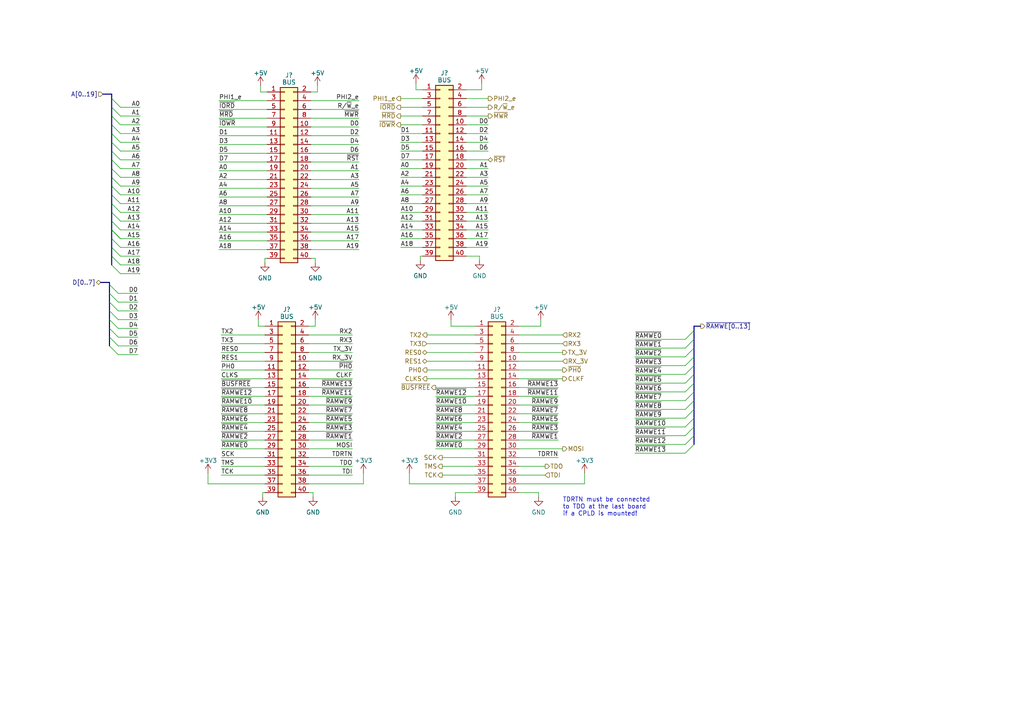
<source format=kicad_sch>
(kicad_sch (version 20230121) (generator eeschema)
  (paper "A4")
  (lib_symbols
    (symbol "Connector_Generic:Conn_02x20_Odd_Even" (pin_names (offset 1.016) hide)
      (property "Reference" "J" (at 1.27 25.4 0))
      (property "Value" "Conn_02x20_Odd_Even" (at 1.27 -27.94 0))
      (symbol "Conn_02x20_Odd_Even_1_1"
        (rectangle (start -1.27 -25.273) (end 0 -25.527) (stroke (width 0.1524)))
        (rectangle (start -1.27 -22.733) (end 0 -22.987) (stroke (width 0.1524)))
        (rectangle (start -1.27 -20.193) (end 0 -20.447) (stroke (width 0.1524)))
        (rectangle (start -1.27 -17.653) (end 0 -17.907) (stroke (width 0.1524)))
        (rectangle (start -1.27 -15.113) (end 0 -15.367) (stroke (width 0.1524)))
        (rectangle (start -1.27 -12.573) (end 0 -12.827) (stroke (width 0.1524)))
        (rectangle (start -1.27 -10.033) (end 0 -10.287) (stroke (width 0.1524)))
        (rectangle (start -1.27 -7.493) (end 0 -7.747) (stroke (width 0.1524)))
        (rectangle (start -1.27 -4.953) (end 0 -5.207) (stroke (width 0.1524)))
        (rectangle (start -1.27 -2.413) (end 0 -2.667) (stroke (width 0.1524)))
        (rectangle (start -1.27 0.127) (end 0 -0.127) (stroke (width 0.1524)))
        (rectangle (start -1.27 2.667) (end 0 2.413) (stroke (width 0.1524)))
        (rectangle (start -1.27 5.207) (end 0 4.953) (stroke (width 0.1524)))
        (rectangle (start -1.27 7.747) (end 0 7.493) (stroke (width 0.1524)))
        (rectangle (start -1.27 10.287) (end 0 10.033) (stroke (width 0.1524)))
        (rectangle (start -1.27 12.827) (end 0 12.573) (stroke (width 0.1524)))
        (rectangle (start -1.27 15.367) (end 0 15.113) (stroke (width 0.1524)))
        (rectangle (start -1.27 17.907) (end 0 17.653) (stroke (width 0.1524)))
        (rectangle (start -1.27 20.447) (end 0 20.193) (stroke (width 0.1524)))
        (rectangle (start -1.27 22.987) (end 0 22.733) (stroke (width 0.1524)))
        (rectangle (start -1.27 24.13) (end 3.81 -26.67) (stroke (width 0.254)) (fill (type background)))
        (rectangle (start 3.81 -25.273) (end 2.54 -25.527) (stroke (width 0.1524)))
        (rectangle (start 3.81 -22.733) (end 2.54 -22.987) (stroke (width 0.1524)))
        (rectangle (start 3.81 -20.193) (end 2.54 -20.447) (stroke (width 0.1524)))
        (rectangle (start 3.81 -17.653) (end 2.54 -17.907) (stroke (width 0.1524)))
        (rectangle (start 3.81 -15.113) (end 2.54 -15.367) (stroke (width 0.1524)))
        (rectangle (start 3.81 -12.573) (end 2.54 -12.827) (stroke (width 0.1524)))
        (rectangle (start 3.81 -10.033) (end 2.54 -10.287) (stroke (width 0.1524)))
        (rectangle (start 3.81 -7.493) (end 2.54 -7.747) (stroke (width 0.1524)))
        (rectangle (start 3.81 -4.953) (end 2.54 -5.207) (stroke (width 0.1524)))
        (rectangle (start 3.81 -2.413) (end 2.54 -2.667) (stroke (width 0.1524)))
        (rectangle (start 3.81 0.127) (end 2.54 -0.127) (stroke (width 0.1524)))
        (rectangle (start 3.81 2.667) (end 2.54 2.413) (stroke (width 0.1524)))
        (rectangle (start 3.81 5.207) (end 2.54 4.953) (stroke (width 0.1524)))
        (rectangle (start 3.81 7.747) (end 2.54 7.493) (stroke (width 0.1524)))
        (rectangle (start 3.81 10.287) (end 2.54 10.033) (stroke (width 0.1524)))
        (rectangle (start 3.81 12.827) (end 2.54 12.573) (stroke (width 0.1524)))
        (rectangle (start 3.81 15.367) (end 2.54 15.113) (stroke (width 0.1524)))
        (rectangle (start 3.81 17.907) (end 2.54 17.653) (stroke (width 0.1524)))
        (rectangle (start 3.81 20.447) (end 2.54 20.193) (stroke (width 0.1524)))
        (rectangle (start 3.81 22.987) (end 2.54 22.733) (stroke (width 0.1524)))
        (pin passive line (at -5.08 22.86 0) (length 3.81) (name "Pin_1") (number "1"))
        (pin passive line (at 7.62 12.7 180) (length 3.81) (name "Pin_10") (number "10"))
        (pin passive line (at -5.08 10.16 0) (length 3.81) (name "Pin_11") (number "11"))
        (pin passive line (at 7.62 10.16 180) (length 3.81) (name "Pin_12") (number "12"))
        (pin passive line (at -5.08 7.62 0) (length 3.81) (name "Pin_13") (number "13"))
        (pin passive line (at 7.62 7.62 180) (length 3.81) (name "Pin_14") (number "14"))
        (pin passive line (at -5.08 5.08 0) (length 3.81) (name "Pin_15") (number "15"))
        (pin passive line (at 7.62 5.08 180) (length 3.81) (name "Pin_16") (number "16"))
        (pin passive line (at -5.08 2.54 0) (length 3.81) (name "Pin_17") (number "17"))
        (pin passive line (at 7.62 2.54 180) (length 3.81) (name "Pin_18") (number "18"))
        (pin passive line (at -5.08 0 0) (length 3.81) (name "Pin_19") (number "19"))
        (pin passive line (at 7.62 22.86 180) (length 3.81) (name "Pin_2") (number "2"))
        (pin passive line (at 7.62 0 180) (length 3.81) (name "Pin_20") (number "20"))
        (pin passive line (at -5.08 -2.54 0) (length 3.81) (name "Pin_21") (number "21"))
        (pin passive line (at 7.62 -2.54 180) (length 3.81) (name "Pin_22") (number "22"))
        (pin passive line (at -5.08 -5.08 0) (length 3.81) (name "Pin_23") (number "23"))
        (pin passive line (at 7.62 -5.08 180) (length 3.81) (name "Pin_24") (number "24"))
        (pin passive line (at -5.08 -7.62 0) (length 3.81) (name "Pin_25") (number "25"))
        (pin passive line (at 7.62 -7.62 180) (length 3.81) (name "Pin_26") (number "26"))
        (pin passive line (at -5.08 -10.16 0) (length 3.81) (name "Pin_27") (number "27"))
        (pin passive line (at 7.62 -10.16 180) (length 3.81) (name "Pin_28") (number "28"))
        (pin passive line (at -5.08 -12.7 0) (length 3.81) (name "Pin_29") (number "29"))
        (pin passive line (at -5.08 20.32 0) (length 3.81) (name "Pin_3") (number "3"))
        (pin passive line (at 7.62 -12.7 180) (length 3.81) (name "Pin_30") (number "30"))
        (pin passive line (at -5.08 -15.24 0) (length 3.81) (name "Pin_31") (number "31"))
        (pin passive line (at 7.62 -15.24 180) (length 3.81) (name "Pin_32") (number "32"))
        (pin passive line (at -5.08 -17.78 0) (length 3.81) (name "Pin_33") (number "33"))
        (pin passive line (at 7.62 -17.78 180) (length 3.81) (name "Pin_34") (number "34"))
        (pin passive line (at -5.08 -20.32 0) (length 3.81) (name "Pin_35") (number "35"))
        (pin passive line (at 7.62 -20.32 180) (length 3.81) (name "Pin_36") (number "36"))
        (pin passive line (at -5.08 -22.86 0) (length 3.81) (name "Pin_37") (number "37"))
        (pin passive line (at 7.62 -22.86 180) (length 3.81) (name "Pin_38") (number "38"))
        (pin passive line (at -5.08 -25.4 0) (length 3.81) (name "Pin_39") (number "39"))
        (pin passive line (at 7.62 20.32 180) (length 3.81) (name "Pin_4") (number "4"))
        (pin passive line (at 7.62 -25.4 180) (length 3.81) (name "Pin_40") (number "40"))
        (pin passive line (at -5.08 17.78 0) (length 3.81) (name "Pin_5") (number "5"))
        (pin passive line (at 7.62 17.78 180) (length 3.81) (name "Pin_6") (number "6"))
        (pin passive line (at -5.08 15.24 0) (length 3.81) (name "Pin_7") (number "7"))
        (pin passive line (at 7.62 15.24 180) (length 3.81) (name "Pin_8") (number "8"))
        (pin passive line (at -5.08 12.7 0) (length 3.81) (name "Pin_9") (number "9"))
      )
    )
    (symbol "power:+3V3" (power) (pin_names (offset 0))
      (property "Value" "+3V3" (at 0 3.556 0))
      (symbol "+3V3_0_1"
        (polyline (pts (xy -0.762 1.27) (xy 0 2.54)))
        (polyline (pts (xy 0 0) (xy 0 2.54)))
        (polyline (pts (xy 0 2.54) (xy 0.762 1.27)))
      )
      (symbol "+3V3_1_1"
        (pin power_in line (at 0 0 90) (length 0) hide (name "+3V3") (number "1"))
      )
    )
    (symbol "power:+5V" (power) (pin_names (offset 0))
      (property "Value" "+5V" (at 0 3.556 0))
      (symbol "+5V_0_1"
        (polyline (pts (xy -0.762 1.27) (xy 0 2.54)))
        (polyline (pts (xy 0 0) (xy 0 2.54)))
        (polyline (pts (xy 0 2.54) (xy 0.762 1.27)))
      )
      (symbol "+5V_1_1"
        (pin power_in line (at 0 0 90) (length 0) hide (name "+5V") (number "1"))
      )
    )
    (symbol "power:GND" (power) (pin_names (offset 0))
      (property "Value" "GND" (at 0 -3.81 0))
      (symbol "GND_0_1"
        (polyline (pts (xy 0 0) (xy 0 -1.27) (xy 1.27 -1.27) (xy 0 -2.54) (xy -1.27 -1.27) (xy 0 -1.27)))
      )
      (symbol "GND_1_1"
        (pin power_in line (at 0 0 270) (length 0) hide (name "GND") (number "1"))
      )
    )
  )
  (bus_entry (at 201.295 103.505) (size -2.54 2.54))
  (bus_entry (at 32.385 28.575) (size 2.54 2.54))
  (bus_entry (at 201.295 95.885) (size -2.54 2.54))
  (bus_entry (at 32.385 41.275) (size 2.54 2.54))
  (bus_entry (at 201.295 113.665) (size -2.54 2.54))
  (bus_entry (at 32.385 66.675) (size 2.54 2.54))
  (bus_entry (at 32.385 51.435) (size 2.54 2.54))
  (bus_entry (at 32.385 43.815) (size 2.54 2.54))
  (bus_entry (at 32.385 71.755) (size 2.54 2.54))
  (bus_entry (at 32.385 38.735) (size 2.54 2.54))
  (bus_entry (at 32.385 61.595) (size 2.54 2.54))
  (bus_entry (at 32.385 74.295) (size 2.54 2.54))
  (bus_entry (at 31.75 90.17) (size 2.54 2.54))
  (bus_entry (at 31.75 82.55) (size 2.54 2.54))
  (bus_entry (at 31.75 97.79) (size 2.54 2.54))
  (bus_entry (at 32.385 64.135) (size 2.54 2.54))
  (bus_entry (at 201.295 111.125) (size -2.54 2.54))
  (bus_entry (at 201.295 106.045) (size -2.54 2.54))
  (bus_entry (at 31.75 85.09) (size 2.54 2.54))
  (bus_entry (at 32.385 66.675) (size 2.54 2.54))
  (bus_entry (at 201.295 123.825) (size -2.54 2.54))
  (bus_entry (at 32.385 56.515) (size 2.54 2.54))
  (bus_entry (at 201.295 108.585) (size -2.54 2.54))
  (bus_entry (at 32.385 69.215) (size 2.54 2.54))
  (bus_entry (at 32.385 48.895) (size 2.54 2.54))
  (bus_entry (at 32.385 46.355) (size 2.54 2.54))
  (bus_entry (at 201.295 121.285) (size -2.54 2.54))
  (bus_entry (at 32.385 53.975) (size 2.54 2.54))
  (bus_entry (at 32.385 59.055) (size 2.54 2.54))
  (bus_entry (at 31.75 95.25) (size 2.54 2.54))
  (bus_entry (at 31.75 87.63) (size 2.54 2.54))
  (bus_entry (at 201.295 128.905) (size -2.54 2.54))
  (bus_entry (at 201.295 98.425) (size -2.54 2.54))
  (bus_entry (at 32.385 36.195) (size 2.54 2.54))
  (bus_entry (at 32.385 76.835) (size 2.54 2.54))
  (bus_entry (at 32.385 33.655) (size 2.54 2.54))
  (bus_entry (at 201.295 126.365) (size -2.54 2.54))
  (bus_entry (at 32.385 31.115) (size 2.54 2.54))
  (bus_entry (at 201.295 100.965) (size -2.54 2.54))
  (bus_entry (at 31.75 92.71) (size 2.54 2.54))
  (bus_entry (at 201.295 118.745) (size -2.54 2.54))
  (bus_entry (at 201.295 116.205) (size -2.54 2.54))
  (bus_entry (at 31.75 100.33) (size 2.54 2.54))
  (wire (pts (xy 90.17 31.75) (xy 104.14 31.75)))
  (wire (pts (xy 40.005 90.17) (xy 34.29 90.17)))
  (wire (pts (xy 130.81 92.71) (xy 130.81 94.615)))
  (wire (pts (xy 90.17 49.53) (xy 104.14 49.53)))
  (bus (pts (xy 31.75 90.17) (xy 31.75 87.63)))
  (wire (pts (xy 135.255 71.755) (xy 141.605 71.755)))
  (wire (pts (xy 40.64 79.375) (xy 34.925 79.375)))
  (wire (pts (xy 89.535 107.315) (xy 102.235 107.315)))
  (wire (pts (xy 90.805 142.875) (xy 89.535 142.875)))
  (wire (pts (xy 156.21 142.875) (xy 150.495 142.875)))
  (wire (pts (xy 90.17 67.31) (xy 104.14 67.31)))
  (wire (pts (xy 121.92 75.565) (xy 121.92 74.295)))
  (wire (pts (xy 116.205 53.975) (xy 122.555 53.975)))
  (wire (pts (xy 116.205 51.435) (xy 122.555 51.435)))
  (wire (pts (xy 63.5 31.75) (xy 77.47 31.75)))
  (wire (pts (xy 150.495 117.475) (xy 161.925 117.475)))
  (wire (pts (xy 123.825 104.775) (xy 137.795 104.775)))
  (wire (pts (xy 89.535 132.715) (xy 102.235 132.715)))
  (bus (pts (xy 32.385 74.295) (xy 32.385 71.755)))
  (wire (pts (xy 40.005 102.87) (xy 34.29 102.87)))
  (wire (pts (xy 126.365 112.395) (xy 137.795 112.395)))
  (wire (pts (xy 89.535 130.175) (xy 102.235 130.175)))
  (wire (pts (xy 63.5 52.07) (xy 77.47 52.07)))
  (wire (pts (xy 40.64 31.115) (xy 34.925 31.115)))
  (wire (pts (xy 150.495 102.235) (xy 163.195 102.235)))
  (wire (pts (xy 76.835 76.2) (xy 76.835 74.93)))
  (wire (pts (xy 150.495 132.715) (xy 161.925 132.715)))
  (wire (pts (xy 135.255 43.815) (xy 141.605 43.815)))
  (wire (pts (xy 135.255 41.275) (xy 141.605 41.275)))
  (wire (pts (xy 150.495 97.155) (xy 163.195 97.155)))
  (wire (pts (xy 64.135 132.715) (xy 76.835 132.715)))
  (wire (pts (xy 139.7 26.035) (xy 135.255 26.035)))
  (wire (pts (xy 130.81 94.615) (xy 137.795 94.615)))
  (wire (pts (xy 89.535 117.475) (xy 102.235 117.475)))
  (wire (pts (xy 126.365 117.475) (xy 137.795 117.475)))
  (wire (pts (xy 184.15 113.665) (xy 198.755 113.665)))
  (wire (pts (xy 89.535 140.335) (xy 105.41 140.335)))
  (wire (pts (xy 89.535 102.235) (xy 102.235 102.235)))
  (wire (pts (xy 76.2 142.875) (xy 76.835 142.875)))
  (wire (pts (xy 184.15 123.825) (xy 198.755 123.825)))
  (wire (pts (xy 63.5 64.77) (xy 77.47 64.77)))
  (wire (pts (xy 120.65 26.035) (xy 122.555 26.035)))
  (wire (pts (xy 135.255 64.135) (xy 141.605 64.135)))
  (wire (pts (xy 116.205 64.135) (xy 122.555 64.135)))
  (wire (pts (xy 63.5 69.85) (xy 77.47 69.85)))
  (bus (pts (xy 32.385 48.895) (xy 32.385 46.355)))
  (bus (pts (xy 32.385 61.595) (xy 32.385 59.055)))
  (wire (pts (xy 89.535 137.795) (xy 102.235 137.795)))
  (wire (pts (xy 184.15 131.445) (xy 198.755 131.445)))
  (wire (pts (xy 150.495 137.795) (xy 158.115 137.795)))
  (wire (pts (xy 64.135 125.095) (xy 76.835 125.095)))
  (bus (pts (xy 203.2 94.615) (xy 201.295 94.615)))
  (wire (pts (xy 118.745 140.335) (xy 137.795 140.335)))
  (wire (pts (xy 63.5 62.23) (xy 77.47 62.23)))
  (wire (pts (xy 64.135 135.255) (xy 76.835 135.255)))
  (wire (pts (xy 135.255 28.575) (xy 141.605 28.575)))
  (bus (pts (xy 32.385 53.975) (xy 32.385 51.435)))
  (wire (pts (xy 64.135 120.015) (xy 76.835 120.015)))
  (bus (pts (xy 201.295 111.125) (xy 201.295 113.665)))
  (wire (pts (xy 116.205 69.215) (xy 122.555 69.215)))
  (bus (pts (xy 201.295 121.285) (xy 201.295 123.825)))
  (wire (pts (xy 135.255 51.435) (xy 141.605 51.435)))
  (wire (pts (xy 150.495 135.255) (xy 158.115 135.255)))
  (wire (pts (xy 40.64 48.895) (xy 34.925 48.895)))
  (wire (pts (xy 90.17 69.85) (xy 104.14 69.85)))
  (wire (pts (xy 40.64 41.275) (xy 34.925 41.275)))
  (bus (pts (xy 31.75 97.79) (xy 31.75 95.25)))
  (bus (pts (xy 32.385 36.195) (xy 32.385 33.655)))
  (bus (pts (xy 31.75 87.63) (xy 31.75 85.09)))
  (wire (pts (xy 75.565 24.765) (xy 75.565 26.67)))
  (wire (pts (xy 90.17 41.91) (xy 104.14 41.91)))
  (wire (pts (xy 150.495 114.935) (xy 161.925 114.935)))
  (wire (pts (xy 89.535 104.775) (xy 102.235 104.775)))
  (bus (pts (xy 201.295 116.205) (xy 201.295 118.745)))
  (bus (pts (xy 201.295 103.505) (xy 201.295 106.045)))
  (wire (pts (xy 150.495 112.395) (xy 161.925 112.395)))
  (wire (pts (xy 63.5 49.53) (xy 77.47 49.53)))
  (wire (pts (xy 40.64 66.675) (xy 34.925 66.675)))
  (wire (pts (xy 126.365 127.635) (xy 137.795 127.635)))
  (wire (pts (xy 135.255 46.355) (xy 141.605 46.355)))
  (wire (pts (xy 116.205 61.595) (xy 122.555 61.595)))
  (wire (pts (xy 90.17 64.77) (xy 104.14 64.77)))
  (wire (pts (xy 150.495 127.635) (xy 161.925 127.635)))
  (wire (pts (xy 63.5 44.45) (xy 77.47 44.45)))
  (wire (pts (xy 40.64 43.815) (xy 34.925 43.815)))
  (bus (pts (xy 31.75 85.09) (xy 31.75 82.55)))
  (wire (pts (xy 40.005 87.63) (xy 34.29 87.63)))
  (wire (pts (xy 128.27 135.255) (xy 137.795 135.255)))
  (bus (pts (xy 32.385 31.115) (xy 32.385 28.575)))
  (wire (pts (xy 64.135 117.475) (xy 76.835 117.475)))
  (wire (pts (xy 63.5 36.83) (xy 77.47 36.83)))
  (wire (pts (xy 150.495 104.775) (xy 163.195 104.775)))
  (wire (pts (xy 40.64 69.215) (xy 34.925 69.215)))
  (wire (pts (xy 40.005 95.25) (xy 34.29 95.25)))
  (wire (pts (xy 116.205 41.275) (xy 122.555 41.275)))
  (wire (pts (xy 40.64 53.975) (xy 34.925 53.975)))
  (wire (pts (xy 74.93 94.615) (xy 76.835 94.615)))
  (wire (pts (xy 150.495 130.175) (xy 163.195 130.175)))
  (wire (pts (xy 123.825 97.155) (xy 137.795 97.155)))
  (wire (pts (xy 63.5 39.37) (xy 77.47 39.37)))
  (wire (pts (xy 139.065 74.295) (xy 135.255 74.295)))
  (wire (pts (xy 120.65 24.13) (xy 120.65 26.035)))
  (wire (pts (xy 90.17 57.15) (xy 104.14 57.15)))
  (wire (pts (xy 123.825 109.855) (xy 137.795 109.855)))
  (wire (pts (xy 90.17 46.99) (xy 104.14 46.99)))
  (wire (pts (xy 89.535 127.635) (xy 102.235 127.635)))
  (bus (pts (xy 32.385 27.305) (xy 29.845 27.305)))
  (wire (pts (xy 90.17 72.39) (xy 104.14 72.39)))
  (bus (pts (xy 31.75 92.71) (xy 31.75 90.17)))
  (wire (pts (xy 40.64 51.435) (xy 34.925 51.435)))
  (bus (pts (xy 32.385 51.435) (xy 32.385 48.895)))
  (wire (pts (xy 184.15 108.585) (xy 198.755 108.585)))
  (wire (pts (xy 64.135 137.795) (xy 76.835 137.795)))
  (wire (pts (xy 116.205 71.755) (xy 122.555 71.755)))
  (wire (pts (xy 132.08 144.145) (xy 132.08 142.875)))
  (wire (pts (xy 126.365 125.095) (xy 137.795 125.095)))
  (wire (pts (xy 169.545 137.16) (xy 169.545 140.335)))
  (wire (pts (xy 91.44 76.2) (xy 91.44 74.93)))
  (wire (pts (xy 184.15 118.745) (xy 198.755 118.745)))
  (wire (pts (xy 118.745 137.16) (xy 118.745 140.335)))
  (bus (pts (xy 32.385 43.815) (xy 32.385 41.275)))
  (wire (pts (xy 90.17 52.07) (xy 104.14 52.07)))
  (wire (pts (xy 126.365 114.935) (xy 137.795 114.935)))
  (wire (pts (xy 64.135 127.635) (xy 76.835 127.635)))
  (wire (pts (xy 116.205 36.195) (xy 122.555 36.195)))
  (wire (pts (xy 74.93 92.71) (xy 74.93 94.615)))
  (bus (pts (xy 201.295 95.885) (xy 201.295 98.425)))
  (wire (pts (xy 91.44 94.615) (xy 89.535 94.615)))
  (wire (pts (xy 150.495 107.315) (xy 163.195 107.315)))
  (wire (pts (xy 40.64 64.135) (xy 34.925 64.135)))
  (bus (pts (xy 32.385 76.835) (xy 32.385 74.295)))
  (wire (pts (xy 40.005 97.79) (xy 34.29 97.79)))
  (wire (pts (xy 121.92 74.295) (xy 122.555 74.295)))
  (wire (pts (xy 40.005 85.09) (xy 34.29 85.09)))
  (bus (pts (xy 31.75 81.915) (xy 29.21 81.915)))
  (wire (pts (xy 40.64 56.515) (xy 34.925 56.515)))
  (wire (pts (xy 64.135 97.155) (xy 76.835 97.155)))
  (wire (pts (xy 116.205 48.895) (xy 122.555 48.895)))
  (bus (pts (xy 201.295 123.825) (xy 201.295 126.365)))
  (wire (pts (xy 184.15 100.965) (xy 198.755 100.965)))
  (wire (pts (xy 75.565 26.67) (xy 77.47 26.67)))
  (wire (pts (xy 135.255 33.655) (xy 141.605 33.655)))
  (wire (pts (xy 64.135 109.855) (xy 76.835 109.855)))
  (wire (pts (xy 150.495 122.555) (xy 161.925 122.555)))
  (wire (pts (xy 135.255 38.735) (xy 141.605 38.735)))
  (wire (pts (xy 90.17 39.37) (xy 104.14 39.37)))
  (wire (pts (xy 123.825 102.235) (xy 137.795 102.235)))
  (wire (pts (xy 184.15 128.905) (xy 198.755 128.905)))
  (wire (pts (xy 116.205 46.355) (xy 122.555 46.355)))
  (wire (pts (xy 116.205 56.515) (xy 122.555 56.515)))
  (wire (pts (xy 128.27 132.715) (xy 137.795 132.715)))
  (wire (pts (xy 89.535 135.255) (xy 102.235 135.255)))
  (wire (pts (xy 40.64 59.055) (xy 34.925 59.055)))
  (wire (pts (xy 64.135 130.175) (xy 76.835 130.175)))
  (wire (pts (xy 139.7 24.13) (xy 139.7 26.035)))
  (wire (pts (xy 89.535 99.695) (xy 102.235 99.695)))
  (wire (pts (xy 123.825 107.315) (xy 137.795 107.315)))
  (wire (pts (xy 92.075 24.765) (xy 92.075 26.67)))
  (wire (pts (xy 40.64 33.655) (xy 34.925 33.655)))
  (wire (pts (xy 91.44 92.71) (xy 91.44 94.615)))
  (wire (pts (xy 123.825 99.695) (xy 137.795 99.695)))
  (wire (pts (xy 63.5 57.15) (xy 77.47 57.15)))
  (wire (pts (xy 64.135 122.555) (xy 76.835 122.555)))
  (wire (pts (xy 92.075 26.67) (xy 90.17 26.67)))
  (wire (pts (xy 90.17 34.29) (xy 104.14 34.29)))
  (wire (pts (xy 63.5 67.31) (xy 77.47 67.31)))
  (wire (pts (xy 156.21 144.145) (xy 156.21 142.875)))
  (wire (pts (xy 40.64 71.755) (xy 34.925 71.755)))
  (wire (pts (xy 135.255 56.515) (xy 141.605 56.515)))
  (wire (pts (xy 40.64 46.355) (xy 34.925 46.355)))
  (bus (pts (xy 201.295 106.045) (xy 201.295 108.585)))
  (bus (pts (xy 32.385 64.135) (xy 32.385 61.595)))
  (wire (pts (xy 76.2 144.145) (xy 76.2 142.875)))
  (wire (pts (xy 150.495 109.855) (xy 163.195 109.855)))
  (wire (pts (xy 64.135 104.775) (xy 76.835 104.775)))
  (wire (pts (xy 63.5 46.99) (xy 77.47 46.99)))
  (wire (pts (xy 116.205 28.575) (xy 122.555 28.575)))
  (wire (pts (xy 89.535 114.935) (xy 102.235 114.935)))
  (bus (pts (xy 201.295 100.965) (xy 201.295 103.505)))
  (wire (pts (xy 90.805 144.145) (xy 90.805 142.875)))
  (wire (pts (xy 63.5 41.91) (xy 77.47 41.91)))
  (wire (pts (xy 90.17 36.83) (xy 104.14 36.83)))
  (wire (pts (xy 89.535 97.155) (xy 102.235 97.155)))
  (wire (pts (xy 150.495 99.695) (xy 163.195 99.695)))
  (wire (pts (xy 90.17 29.21) (xy 104.14 29.21)))
  (wire (pts (xy 184.15 106.045) (xy 198.755 106.045)))
  (wire (pts (xy 135.255 48.895) (xy 141.605 48.895)))
  (wire (pts (xy 156.845 94.615) (xy 150.495 94.615)))
  (wire (pts (xy 64.135 102.235) (xy 76.835 102.235)))
  (wire (pts (xy 63.5 34.29) (xy 77.47 34.29)))
  (wire (pts (xy 135.255 69.215) (xy 141.605 69.215)))
  (bus (pts (xy 201.295 98.425) (xy 201.295 100.965)))
  (wire (pts (xy 105.41 137.16) (xy 105.41 140.335)))
  (wire (pts (xy 90.17 54.61) (xy 104.14 54.61)))
  (wire (pts (xy 116.205 31.115) (xy 122.555 31.115)))
  (bus (pts (xy 201.295 118.745) (xy 201.295 121.285)))
  (wire (pts (xy 89.535 109.855) (xy 102.235 109.855)))
  (wire (pts (xy 150.495 120.015) (xy 161.925 120.015)))
  (wire (pts (xy 135.255 66.675) (xy 141.605 66.675)))
  (wire (pts (xy 40.64 61.595) (xy 34.925 61.595)))
  (wire (pts (xy 40.005 92.71) (xy 34.29 92.71)))
  (wire (pts (xy 116.205 66.675) (xy 122.555 66.675)))
  (wire (pts (xy 184.15 111.125) (xy 198.755 111.125)))
  (wire (pts (xy 40.005 100.33) (xy 34.29 100.33)))
  (bus (pts (xy 32.385 33.655) (xy 32.385 31.115)))
  (wire (pts (xy 139.065 75.565) (xy 139.065 74.295)))
  (wire (pts (xy 184.15 121.285) (xy 198.755 121.285)))
  (bus (pts (xy 32.385 69.215) (xy 32.385 66.675)))
  (wire (pts (xy 64.135 114.935) (xy 76.835 114.935)))
  (wire (pts (xy 135.255 59.055) (xy 141.605 59.055)))
  (wire (pts (xy 116.205 43.815) (xy 122.555 43.815)))
  (wire (pts (xy 116.205 59.055) (xy 122.555 59.055)))
  (bus (pts (xy 201.295 94.615) (xy 201.295 95.885)))
  (bus (pts (xy 32.385 71.755) (xy 32.385 69.215)))
  (bus (pts (xy 201.295 113.665) (xy 201.295 116.205)))
  (wire (pts (xy 89.535 112.395) (xy 102.235 112.395)))
  (wire (pts (xy 135.255 36.195) (xy 141.605 36.195)))
  (wire (pts (xy 150.495 140.335) (xy 169.545 140.335)))
  (wire (pts (xy 135.255 61.595) (xy 141.605 61.595)))
  (wire (pts (xy 91.44 74.93) (xy 90.17 74.93)))
  (wire (pts (xy 40.64 36.195) (xy 34.925 36.195)))
  (wire (pts (xy 64.135 112.395) (xy 76.835 112.395)))
  (wire (pts (xy 89.535 122.555) (xy 102.235 122.555)))
  (wire (pts (xy 40.64 74.295) (xy 34.925 74.295)))
  (wire (pts (xy 128.27 137.795) (xy 137.795 137.795)))
  (wire (pts (xy 132.08 142.875) (xy 137.795 142.875)))
  (bus (pts (xy 32.385 66.675) (xy 32.385 64.135)))
  (wire (pts (xy 90.17 62.23) (xy 104.14 62.23)))
  (wire (pts (xy 126.365 130.175) (xy 137.795 130.175)))
  (wire (pts (xy 116.205 33.655) (xy 122.555 33.655)))
  (wire (pts (xy 135.255 53.975) (xy 141.605 53.975)))
  (wire (pts (xy 126.365 122.555) (xy 137.795 122.555)))
  (bus (pts (xy 31.75 95.25) (xy 31.75 92.71)))
  (wire (pts (xy 64.135 99.695) (xy 76.835 99.695)))
  (wire (pts (xy 90.17 44.45) (xy 104.14 44.45)))
  (wire (pts (xy 116.205 38.735) (xy 122.555 38.735)))
  (bus (pts (xy 31.75 82.55) (xy 31.75 81.915)))
  (bus (pts (xy 201.295 108.585) (xy 201.295 111.125)))
  (bus (pts (xy 201.295 126.365) (xy 201.295 128.905)))
  (bus (pts (xy 31.75 100.33) (xy 31.75 97.79)))
  (wire (pts (xy 60.325 140.335) (xy 76.835 140.335)))
  (bus (pts (xy 32.385 41.275) (xy 32.385 38.735)))
  (wire (pts (xy 184.15 103.505) (xy 198.755 103.505)))
  (bus (pts (xy 32.385 38.735) (xy 32.385 36.195)))
  (wire (pts (xy 150.495 125.095) (xy 161.925 125.095)))
  (wire (pts (xy 64.135 107.315) (xy 76.835 107.315)))
  (wire (pts (xy 63.5 29.21) (xy 77.47 29.21)))
  (wire (pts (xy 63.5 59.69) (xy 77.47 59.69)))
  (wire (pts (xy 156.845 92.71) (xy 156.845 94.615)))
  (wire (pts (xy 40.64 38.735) (xy 34.925 38.735)))
  (bus (pts (xy 32.385 56.515) (xy 32.385 53.975)))
  (wire (pts (xy 135.255 31.115) (xy 141.605 31.115)))
  (wire (pts (xy 63.5 72.39) (xy 77.47 72.39)))
  (wire (pts (xy 60.325 137.16) (xy 60.325 140.335)))
  (bus (pts (xy 32.385 59.055) (xy 32.385 56.515)))
  (wire (pts (xy 126.365 120.015) (xy 137.795 120.015)))
  (wire (pts (xy 184.15 116.205) (xy 198.755 116.205)))
  (wire (pts (xy 89.535 120.015) (xy 102.235 120.015)))
  (wire (pts (xy 184.15 126.365) (xy 198.755 126.365)))
  (wire (pts (xy 63.5 54.61) (xy 77.47 54.61)))
  (wire (pts (xy 40.64 76.835) (xy 34.925 76.835)))
  (wire (pts (xy 90.17 59.69) (xy 104.14 59.69)))
  (bus (pts (xy 32.385 46.355) (xy 32.385 43.815)))
  (wire (pts (xy 89.535 125.095) (xy 102.235 125.095)))
  (bus (pts (xy 32.385 28.575) (xy 32.385 27.305)))
  (wire (pts (xy 184.15 98.425) (xy 198.755 98.425)))
  (wire (pts (xy 76.835 74.93) (xy 77.47 74.93)))
  (text "TDRTN must be connected \nto TDO at the last board\nif a CPLD is mounted!" (at 163.195 149.86 0) (effects (font (size 1.27 1.27)) (justify left bottom)))
  (label "D5" (at 63.5 44.45 0))
  (label "RX2" (at 102.235 97.155 180))
  (label "A4" (at 63.5 54.61 0))
  (label "A6" (at 40.64 46.355 180))
  (label "~{RAMWE11}" (at 161.925 114.935 180))
  (label "D5" (at 116.205 43.815 0))
  (label "PHI1_e" (at 63.5 29.21 0))
  (label "~{PH0}" (at 102.235 107.315 180))
  (label "~{IORD}" (at 63.5 31.75 0))
  (label "A16" (at 63.5 69.85 0))
  (label "A3" (at 104.14 52.07 180))
  (label "TDO" (at 102.235 135.255 180))
  (label "~{MRD}" (at 63.5 34.29 0))
  (label "A2" (at 63.5 52.07 0))
  (label "A0" (at 116.205 48.895 0))
  (label "A3" (at 40.64 38.735 180))
  (label "A9" (at 40.64 53.975 180))
  (label "A10" (at 63.5 62.23 0))
  (label "A18" (at 63.5 72.39 0))
  (label "A1" (at 141.605 48.895 180))
  (label "A19" (at 141.605 71.755 180))
  (label "~{RAMWE7}" (at 184.15 116.205 0))
  (label "~{RAMWE5}" (at 102.235 122.555 180))
  (label "RES1" (at 64.135 104.775 0))
  (label "D0" (at 104.14 36.83 180))
  (label "~{RAMWE13}" (at 161.925 112.395 180))
  (label "D2" (at 40.005 90.17 180))
  (label "~{RAMWE6}" (at 184.15 113.665 0))
  (label "D7" (at 40.005 102.87 180))
  (label "A11" (at 141.605 61.595 180))
  (label "A19" (at 104.14 72.39 180))
  (label "~{RAMWE4}" (at 64.135 125.095 0))
  (label "A12" (at 40.64 61.595 180))
  (label "A19" (at 40.64 79.375 180))
  (label "D0" (at 141.605 36.195 180))
  (label "D3" (at 63.5 41.91 0))
  (label "A17" (at 141.605 69.215 180))
  (label "D7" (at 116.205 46.355 0))
  (label "A17" (at 104.14 69.85 180))
  (label "D5" (at 40.005 97.79 180))
  (label "CLKF" (at 102.235 109.855 180))
  (label "D3" (at 116.205 41.275 0))
  (label "A14" (at 40.64 66.675 180))
  (label "~{RAMWE9}" (at 184.15 121.285 0))
  (label "~{RAMWE11}" (at 184.15 126.365 0))
  (label "~{RAMWE2}" (at 64.135 127.635 0))
  (label "~{RAMWE0}" (at 126.365 130.175 0))
  (label "D4" (at 104.14 41.91 180))
  (label "A16" (at 116.205 69.215 0))
  (label "~{RAMWE12}" (at 184.15 128.905 0))
  (label "~{RAMWE6}" (at 126.365 122.555 0))
  (label "~{RAMWE12}" (at 126.365 114.935 0))
  (label "PHI2_e" (at 104.14 29.21 180))
  (label "~{IOWR}" (at 63.5 36.83 0))
  (label "~{RAMWE5}" (at 161.925 122.555 180))
  (label "A4" (at 116.205 53.975 0))
  (label "~{RAMWE0}" (at 64.135 130.175 0))
  (label "~{RAMWE3}" (at 102.235 125.095 180))
  (label "A12" (at 63.5 64.77 0))
  (label "A10" (at 40.64 56.515 180))
  (label "D1" (at 63.5 39.37 0))
  (label "A15" (at 40.64 69.215 180))
  (label "A0" (at 63.5 49.53 0))
  (label "A2" (at 40.64 36.195 180))
  (label "A12" (at 116.205 64.135 0))
  (label "~{RAMWE9}" (at 161.925 117.475 180))
  (label "RES0" (at 64.135 102.235 0))
  (label "TDI" (at 102.235 137.795 180))
  (label "~{RAMWE6}" (at 64.135 122.555 0))
  (label "D0" (at 40.005 85.09 180))
  (label "~{RAMWE9}" (at 102.235 117.475 180))
  (label "~{RAMWE13}" (at 102.235 112.395 180))
  (label "A13" (at 104.14 64.77 180))
  (label "TDRTN" (at 161.925 132.715 180))
  (label "D2" (at 104.14 39.37 180))
  (label "D6" (at 104.14 44.45 180))
  (label "R{slash}~{W}_e" (at 104.14 31.75 180))
  (label "A8" (at 116.205 59.055 0))
  (label "~{RAMWE10}" (at 184.15 123.825 0))
  (label "A11" (at 104.14 62.23 180))
  (label "A18" (at 116.205 71.755 0))
  (label "A15" (at 104.14 67.31 180))
  (label "TCK" (at 64.135 137.795 0))
  (label "~{MWR}" (at 104.14 34.29 180))
  (label "A7" (at 141.605 56.515 180))
  (label "A6" (at 116.205 56.515 0))
  (label "D1" (at 40.005 87.63 180))
  (label "~{RAMWE8}" (at 64.135 120.015 0))
  (label "A18" (at 40.64 76.835 180))
  (label "~{RAMWE10}" (at 126.365 117.475 0))
  (label "A13" (at 141.605 64.135 180))
  (label "~{RAMWE4}" (at 126.365 125.095 0))
  (label "~{RAMWE3}" (at 184.15 106.045 0))
  (label "D3" (at 40.005 92.71 180))
  (label "A0" (at 40.64 31.115 180))
  (label "D7" (at 63.5 46.99 0))
  (label "~{RAMWE10}" (at 64.135 117.475 0))
  (label "~{RAMWE8}" (at 126.365 120.015 0))
  (label "~{RAMWE1}" (at 184.15 100.965 0))
  (label "A9" (at 104.14 59.69 180))
  (label "A14" (at 63.5 67.31 0))
  (label "A1" (at 104.14 49.53 180))
  (label "D4" (at 141.605 41.275 180))
  (label "A8" (at 40.64 51.435 180))
  (label "D6" (at 141.605 43.815 180))
  (label "D1" (at 116.205 38.735 0))
  (label "A17" (at 40.64 74.295 180))
  (label "TMS" (at 64.135 135.255 0))
  (label "TDRTN" (at 102.235 132.715 180))
  (label "~{RST}" (at 104.14 46.99 180))
  (label "D2" (at 141.605 38.735 180))
  (label "A15" (at 141.605 66.675 180))
  (label "A6" (at 63.5 57.15 0))
  (label "A5" (at 104.14 54.61 180))
  (label "A3" (at 141.605 51.435 180))
  (label "A14" (at 116.205 66.675 0))
  (label "TX_3V" (at 102.235 102.235 180))
  (label "~{RAMWE13}" (at 184.15 131.445 0))
  (label "~{RAMWE2}" (at 184.15 103.505 0))
  (label "MOSI" (at 102.235 130.175 180))
  (label "RX_3V" (at 102.235 104.775 180))
  (label "A2" (at 116.205 51.435 0))
  (label "~{RAMWE4}" (at 184.15 108.585 0))
  (label "A10" (at 116.205 61.595 0))
  (label "A5" (at 40.64 43.815 180))
  (label "D6" (at 40.005 100.33 180))
  (label "D4" (at 40.005 95.25 180))
  (label "A9" (at 141.605 59.055 180))
  (label "TX2" (at 64.135 97.155 0))
  (label "~{RAMWE1}" (at 161.925 127.635 180))
  (label "A16" (at 40.64 71.755 180))
  (label "~{RAMWE7}" (at 102.235 120.015 180))
  (label "~{BUSFREE}" (at 64.135 112.395 0))
  (label "A7" (at 104.14 57.15 180))
  (label "~{RAMWE2}" (at 126.365 127.635 0))
  (label "CLKS" (at 64.135 109.855 0))
  (label "SCK" (at 64.135 132.715 0))
  (label "~{RAMWE12}" (at 64.135 114.935 0))
  (label "~{RAMWE3}" (at 161.925 125.095 180))
  (label "A1" (at 40.64 33.655 180))
  (label "A8" (at 63.5 59.69 0))
  (label "TX3" (at 64.135 99.695 0))
  (label "~{RAMWE8}" (at 184.15 118.745 0))
  (label "A13" (at 40.64 64.135 180))
  (label "A4" (at 40.64 41.275 180))
  (label "A7" (at 40.64 48.895 180))
  (label "~{RAMWE1}" (at 102.235 127.635 180))
  (label "~{RAMWE11}" (at 102.235 114.935 180))
  (label "~{RAMWE5}" (at 184.15 111.125 0))
  (label "PH0" (at 64.135 107.315 0))
  (label "~{RAMWE0}" (at 184.15 98.425 0))
  (label "~{RAMWE7}" (at 161.925 120.015 180))
  (label "RX3" (at 102.235 99.695 180))
  (label "A5" (at 141.605 53.975 180))
  (label "A11" (at 40.64 59.055 180))
  (hierarchical_label "RX_3V" (shape input) (at 163.195 104.775 0))
  (hierarchical_label "~{RAMWE[0..13]}" (shape output) (at 203.2 94.615 0))
  (hierarchical_label "~{MRD}" (shape output) (at 116.205 33.655 180))
  (hierarchical_label "TDO" (shape output) (at 158.115 135.255 0))
  (hierarchical_label "D[0..7]" (shape bidirectional) (at 29.21 81.915 180))
  (hierarchical_label "TMS" (shape output) (at 128.27 135.255 180))
  (hierarchical_label "RES0" (shape bidirectional) (at 123.825 102.235 180))
  (hierarchical_label "~{MWR}" (shape output) (at 141.605 33.655 0))
  (hierarchical_label "~{BUSFREE}" (shape output) (at 126.365 112.395 180))
  (hierarchical_label "~{IORD}" (shape output) (at 116.205 31.115 180))
  (hierarchical_label "CLKS" (shape output) (at 123.825 109.855 180))
  (hierarchical_label "A[0..19]" (shape input) (at 29.845 27.305 180))
  (hierarchical_label "TX3" (shape input) (at 123.825 99.695 180))
  (hierarchical_label "RES1" (shape bidirectional) (at 123.825 104.775 180))
  (hierarchical_label "CLKF" (shape output) (at 163.195 109.855 0))
  (hierarchical_label "PHI2_e" (shape output) (at 141.605 28.575 0))
  (hierarchical_label "~{RST}" (shape bidirectional) (at 141.605 46.355 0))
  (hierarchical_label "SCK" (shape output) (at 128.27 132.715 180))
  (hierarchical_label "TDI" (shape input) (at 158.115 137.795 0))
  (hierarchical_label "RX2" (shape input) (at 163.195 97.155 0))
  (hierarchical_label "RX3" (shape input) (at 163.195 99.695 0))
  (hierarchical_label "~{PH0}" (shape output) (at 163.195 107.315 0))
  (hierarchical_label "MOSI" (shape output) (at 163.195 130.175 0))
  (hierarchical_label "TX2" (shape output) (at 123.825 97.155 180))
  (hierarchical_label "PH0" (shape output) (at 123.825 107.315 180))
  (hierarchical_label "TX_3V" (shape output) (at 163.195 102.235 0))
  (hierarchical_label "PHI1_e" (shape output) (at 116.205 28.575 180))
  (hierarchical_label "~{IOWR}" (shape output) (at 116.205 36.195 180))
  (hierarchical_label "TCK" (shape output) (at 128.27 137.795 180))
  (hierarchical_label "R{slash}~{W}_e" (shape output) (at 141.605 31.115 0))
  (symbol (lib_id "power:+3V3") (at 118.745 137.16 0) (unit 1)
    (property "Reference" "#PWR?" (effects hide))
    (property "Value" "+3V3" (at 118.745 133.5842 0))
    (instances (project "UC2_synertek_KTM2" (path "" (reference "#PWR?") (unit 1)) (path "" (reference "#PWR027") (unit 1))))
  )
  (symbol (lib_id "power:+5V") (at 120.65 24.13 0) (unit 1)
    (property "Reference" "#PWR040" (effects hide))
    (property "Value" "+5V" (at 120.65 20.5542 0))
    (instances (project "UC2_synertek_KTM2" (path "" (reference "#PWR040") (unit 1)) (path "" (reference "#PWR033") (unit 1))))
  )
  (symbol (lib_id "power:+5V") (at 75.565 24.765 0) (unit 1)
    (property "Reference" "#PWR038" (effects hide))
    (property "Value" "+5V" (at 75.565 21.1892 0))
    (instances (project "UC2_synertek_KTM2" (path "" (reference "#PWR038") (unit 1)) (path "" (reference "#PWR019") (unit 1))))
  )
  (symbol (lib_id "power:GND") (at 156.21 144.145 0) (unit 1)
    (property "Reference" "#PWR?" (effects hide))
    (property "Value" "GND" (at 156.21 148.5884 0))
    (instances (project "UC2_synertek_KTM2" (path "" (reference "#PWR?") (unit 1)) (path "" (reference "#PWR032") (unit 1))))
  )
  (symbol (lib_id "power:GND") (at 76.835 76.2 0) (unit 1)
    (property "Reference" "#PWR042" (effects hide))
    (property "Value" "GND" (at 76.835 80.6434 0))
    (instances (project "UC2_synertek_KTM2" (path "" (reference "#PWR042") (unit 1)) (path "" (reference "#PWR021") (unit 1))))
  )
  (symbol (lib_id "power:+3V3") (at 105.41 137.16 0) (unit 1)
    (property "Reference" "#PWR?" (effects hide))
    (property "Value" "+3V3" (at 105.41 133.5842 0))
    (instances (project "UC2_synertek_KTM2" (path "" (reference "#PWR?") (unit 1)) (path "" (reference "#PWR018") (unit 1))))
  )
  (symbol (lib_id "power:+5V") (at 91.44 92.71 0) (mirror y) (unit 1)
    (property "Reference" "#PWR?" (effects hide))
    (property "Value" "+5V" (at 91.44 89.1342 0))
    (instances (project "UC2_synertek_KTM2" (path "" (reference "#PWR?") (unit 1)) (path "" (reference "#PWR014") (unit 1))))
  )
  (symbol (lib_id "Connector_Generic:Conn_02x20_Odd_Even") (at 142.875 117.475 0) (unit 1)
    (property "Reference" "J?" (at 144.145 89.765 0))
    (property "Value" "BUS" (at 144.145 91.813 0))
    (property "Footprint" "Connector_PinSocket_2.54mm:PinSocket_2x20_P2.54mm_Vertical" (effects hide))
    (instances (project "UC2_synertek_KTM2" (path "" (reference "J?") (unit 1)) (path "" (reference "J4") (unit 1))))
  )
  (symbol (lib_id "power:+3V3") (at 169.545 137.16 0) (unit 1)
    (property "Reference" "#PWR?" (effects hide))
    (property "Value" "+3V3" (at 169.545 133.5842 0))
    (instances (project "UC2_synertek_KTM2" (path "" (reference "#PWR?") (unit 1)) (path "" (reference "#PWR028") (unit 1))))
  )
  (symbol (lib_id "power:+5V") (at 156.845 92.71 0) (mirror y) (unit 1)
    (property "Reference" "#PWR?" (effects hide))
    (property "Value" "+5V" (at 156.845 89.1342 0))
    (instances (project "UC2_synertek_KTM2" (path "" (reference "#PWR?") (unit 1)) (path "" (reference "#PWR016") (unit 1))))
  )
  (symbol (lib_id "power:GND") (at 139.065 75.565 0) (unit 1)
    (property "Reference" "#PWR045" (effects hide))
    (property "Value" "GND" (at 139.065 80.0084 0))
    (instances (project "UC2_synertek_KTM2" (path "" (reference "#PWR045") (unit 1)) (path "" (reference "#PWR036") (unit 1))))
  )
  (symbol (lib_id "power:GND") (at 90.805 144.145 0) (unit 1)
    (property "Reference" "#PWR?" (effects hide))
    (property "Value" "GND" (at 90.805 148.5884 0))
    (instances (project "UC2_synertek_KTM2" (path "" (reference "#PWR?") (unit 1)) (path "" (reference "#PWR030") (unit 1))))
  )
  (symbol (lib_id "power:+3V3") (at 60.325 137.16 0) (unit 1)
    (property "Reference" "#PWR?" (effects hide))
    (property "Value" "+3V3" (at 60.325 133.5842 0))
    (instances (project "UC2_synertek_KTM2" (path "" (reference "#PWR?") (unit 1)) (path "" (reference "#PWR017") (unit 1))))
  )
  (symbol (lib_id "power:+5V") (at 130.81 92.71 0) (unit 1)
    (property "Reference" "#PWR?" (effects hide))
    (property "Value" "+5V" (at 130.81 89.1342 0))
    (instances (project "UC2_synertek_KTM2" (path "" (reference "#PWR?") (unit 1)) (path "" (reference "#PWR015") (unit 1))))
  )
  (symbol (lib_id "power:GND") (at 76.2 144.145 0) (unit 1)
    (property "Reference" "#PWR?" (effects hide))
    (property "Value" "GND" (at 76.2 148.5884 0))
    (instances (project "UC2_synertek_KTM2" (path "" (reference "#PWR?") (unit 1)) (path "" (reference "#PWR029") (unit 1))))
  )
  (symbol (lib_id "Connector_Generic:Conn_02x20_Odd_Even") (at 127.635 48.895 0) (unit 1)
    (property "Reference" "J?" (at 128.905 21.185 0))
    (property "Value" "BUS" (at 128.905 23.233 0))
    (property "Footprint" "Connector_PinSocket_2.54mm:PinSocket_2x20_P2.54mm_Vertical" (effects hide))
    (instances (project "UC2_synertek_KTM2" (path "" (reference "J?") (unit 1)) (path "" (reference "J3") (unit 1))))
  )
  (symbol (lib_id "power:+5V") (at 139.7 24.13 0) (mirror y) (unit 1)
    (property "Reference" "#PWR041" (effects hide))
    (property "Value" "+5V" (at 139.7 20.5542 0))
    (instances (project "UC2_synertek_KTM2" (path "" (reference "#PWR041") (unit 1)) (path "" (reference "#PWR034") (unit 1))))
  )
  (symbol (lib_id "Connector_Generic:Conn_02x20_Odd_Even") (at 82.55 49.53 0) (unit 1)
    (property "Reference" "J?" (at 83.82 21.82 0))
    (property "Value" "BUS" (at 83.82 23.868 0))
    (property "Footprint" "Connector_PinSocket_2.54mm:PinSocket_2x20_P2.54mm_Vertical" (effects hide))
    (instances (project "UC2_synertek_KTM2" (path "" (reference "J?") (unit 1)) (path "" (reference "J1") (unit 1))))
  )
  (symbol (lib_id "Connector_Generic:Conn_02x20_Odd_Even") (at 81.915 117.475 0) (unit 1)
    (property "Reference" "J?" (at 83.185 89.765 0))
    (property "Value" "BUS" (at 83.185 91.813 0))
    (property "Footprint" "Connector_PinSocket_2.54mm:PinSocket_2x20_P2.54mm_Vertical" (effects hide))
    (instances (project "UC2_synertek_KTM2" (path "" (reference "J?") (unit 1)) (path "" (reference "J2") (unit 1))))
  )
  (symbol (lib_id "power:+5V") (at 92.075 24.765 0) (mirror y) (unit 1)
    (property "Reference" "#PWR039" (effects hide))
    (property "Value" "+5V" (at 92.075 21.1892 0))
    (instances (project "UC2_synertek_KTM2" (path "" (reference "#PWR039") (unit 1)) (path "" (reference "#PWR020") (unit 1))))
  )
  (symbol (lib_id "power:+5V") (at 74.93 92.71 0) (unit 1)
    (property "Reference" "#PWR?" (effects hide))
    (property "Value" "+5V" (at 74.93 89.1342 0))
    (instances (project "UC2_synertek_KTM2" (path "" (reference "#PWR?") (unit 1)) (path "" (reference "#PWR013") (unit 1))))
  )
  (symbol (lib_id "power:GND") (at 121.92 75.565 0) (unit 1)
    (property "Reference" "#PWR044" (effects hide))
    (property "Value" "GND" (at 121.92 80.0084 0))
    (instances (project "UC2_synertek_KTM2" (path "" (reference "#PWR044") (unit 1)) (path "" (reference "#PWR035") (unit 1))))
  )
  (symbol (lib_id "power:GND") (at 132.08 144.145 0) (unit 1)
    (property "Reference" "#PWR?" (effects hide))
    (property "Value" "GND" (at 132.08 148.5884 0))
    (instances (project "UC2_synertek_KTM2" (path "" (reference "#PWR?") (unit 1)) (path "" (reference "#PWR031") (unit 1))))
  )
  (symbol (lib_id "power:GND") (at 91.44 76.2 0) (unit 1)
    (property "Reference" "#PWR043" (effects hide))
    (property "Value" "GND" (at 91.44 80.6434 0))
    (instances (project "UC2_synertek_KTM2" (path "" (reference "#PWR043") (unit 1)) (path "" (reference "#PWR022") (unit 1))))
  )
)
</source>
